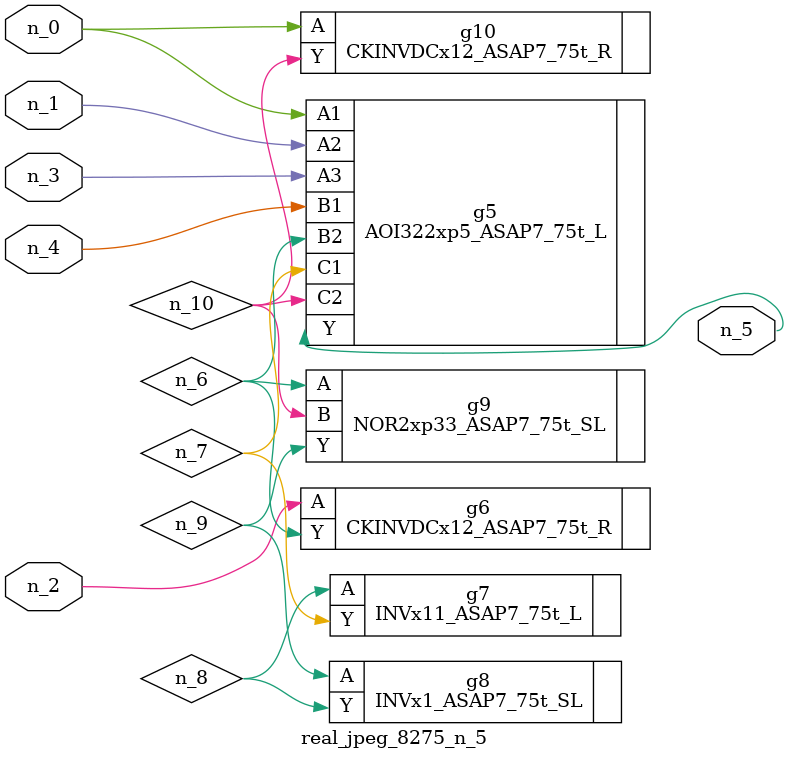
<source format=v>
module real_jpeg_8275_n_5 (n_4, n_0, n_1, n_2, n_3, n_5);

input n_4;
input n_0;
input n_1;
input n_2;
input n_3;

output n_5;

wire n_8;
wire n_6;
wire n_7;
wire n_10;
wire n_9;

AOI322xp5_ASAP7_75t_L g5 ( 
.A1(n_0),
.A2(n_1),
.A3(n_3),
.B1(n_4),
.B2(n_6),
.C1(n_7),
.C2(n_10),
.Y(n_5)
);

CKINVDCx12_ASAP7_75t_R g10 ( 
.A(n_0),
.Y(n_10)
);

CKINVDCx12_ASAP7_75t_R g6 ( 
.A(n_2),
.Y(n_6)
);

NOR2xp33_ASAP7_75t_SL g9 ( 
.A(n_6),
.B(n_10),
.Y(n_9)
);

INVx11_ASAP7_75t_L g7 ( 
.A(n_8),
.Y(n_7)
);

INVx1_ASAP7_75t_SL g8 ( 
.A(n_9),
.Y(n_8)
);


endmodule
</source>
